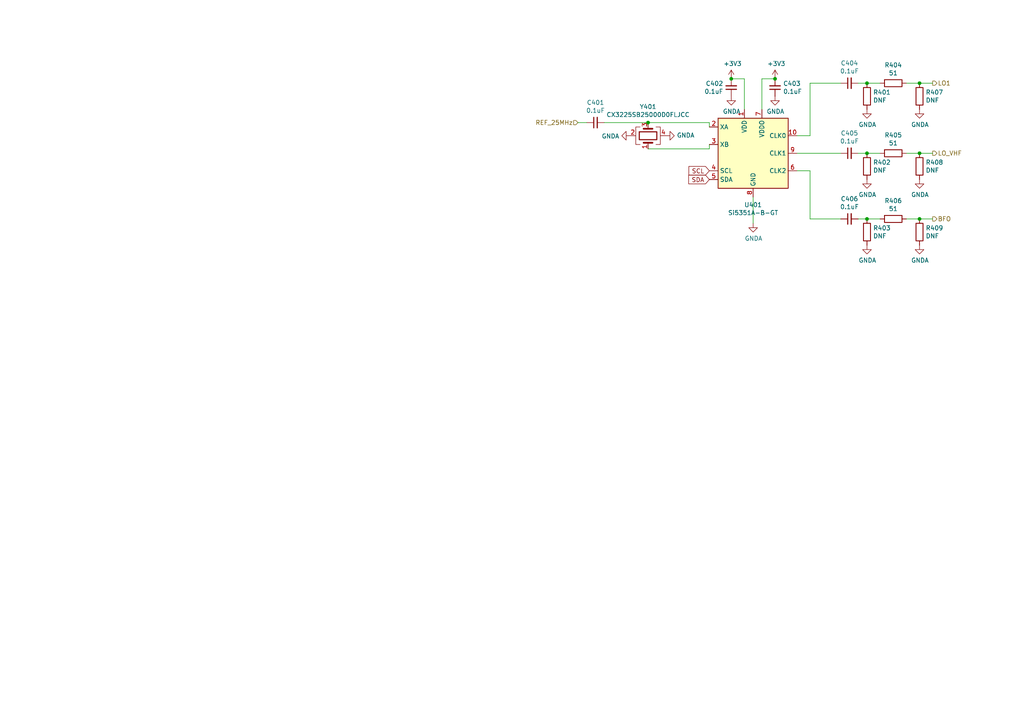
<source format=kicad_sch>
(kicad_sch (version 20211123) (generator eeschema)
  (paper "A4")
  (title_block (title "Picardy Anglian Mashup") (date "2020-03-18") (company "HB9EGM"))
  (lib_symbols
    (symbol "Device:C_Small" (pin_numbers hide) (pin_names (offset 0.254) hide)
      (property "Reference" "C" (at 0.254 1.778 0))
      (property "Value" "C_Small" (at 0.254 -2.032 0))
      (symbol "C_Small_0_1"
        (polyline (pts (xy -1.524 -0.508) (xy 1.524 -0.508)) (stroke (width 0.3302)))
        (polyline (pts (xy -1.524 0.508) (xy 1.524 0.508)) (stroke (width 0.3048)))
      )
      (symbol "C_Small_1_1"
        (pin passive line (at 0 2.54 270) (length 2.032) (name "~") (number "1"))
        (pin passive line (at 0 -2.54 90) (length 2.032) (name "~") (number "2"))
      )
    )
    (symbol "Device:Crystal_GND24" (pin_names (offset 1.016) hide)
      (property "Reference" "Y" (at 3.175 5.08 0))
      (property "Value" "Crystal_GND24" (at 3.175 3.175 0))
      (symbol "Crystal_GND24_0_1"
        (rectangle (start -1.143 2.54) (end 1.143 -2.54) (stroke (width 0.3048)))
        (polyline (pts (xy -2.54 0) (xy -2.032 0)))
        (polyline (pts (xy -2.032 -1.27) (xy -2.032 1.27)) (stroke (width 0.508)))
        (polyline (pts (xy 0 -3.81) (xy 0 -3.556)))
        (polyline (pts (xy 0 3.556) (xy 0 3.81)))
        (polyline (pts (xy 2.032 -1.27) (xy 2.032 1.27)) (stroke (width 0.508)))
        (polyline (pts (xy 2.032 0) (xy 2.54 0)))
        (polyline (pts (xy -2.54 -2.286) (xy -2.54 -3.556) (xy 2.54 -3.556) (xy 2.54 -2.286)))
        (polyline (pts (xy -2.54 2.286) (xy -2.54 3.556) (xy 2.54 3.556) (xy 2.54 2.286)))
      )
      (symbol "Crystal_GND24_1_1"
        (pin passive line (at -3.81 0 0) (length 1.27) (name "1") (number "1"))
        (pin passive line (at 0 5.08 270) (length 1.27) (name "2") (number "2"))
        (pin passive line (at 3.81 0 180) (length 1.27) (name "3") (number "3"))
        (pin passive line (at 0 -5.08 90) (length 1.27) (name "4") (number "4"))
      )
    )
    (symbol "Device:R" (pin_numbers hide) (pin_names (offset 0))
      (property "Reference" "R" (at 2.032 0 90))
      (property "Value" "R" (at 0 0 90))
      (symbol "R_0_1"
        (rectangle (start -1.016 -2.54) (end 1.016 2.54) (stroke (width 0.254)))
      )
      (symbol "R_1_1"
        (pin passive line (at 0 3.81 270) (length 1.27) (name "~") (number "1"))
        (pin passive line (at 0 -3.81 90) (length 1.27) (name "~") (number "2"))
      )
    )
    (symbol "Oscillator:Si5351A-B-GT"
      (property "Reference" "U" (at -8.89 11.43 0))
      (property "Value" "Si5351A-B-GT" (at -12.7 -12.7 0))
      (symbol "Si5351A-B-GT_0_1"
        (rectangle (start -10.16 10.16) (end 10.16 -10.16) (stroke (width 0.254)) (fill (type background)))
      )
      (symbol "Si5351A-B-GT_1_1"
        (pin power_in line (at -2.54 12.7 270) (length 2.54) (name "VDD") (number "1"))
        (pin output line (at 12.7 5.08 180) (length 2.54) (name "CLK0") (number "10"))
        (pin input line (at -12.7 7.62 0) (length 2.54) (name "XA") (number "2"))
        (pin input line (at -12.7 2.54 0) (length 2.54) (name "XB") (number "3"))
        (pin input line (at -12.7 -5.08 0) (length 2.54) (name "SCL") (number "4"))
        (pin bidirectional line (at -12.7 -7.62 0) (length 2.54) (name "SDA") (number "5"))
        (pin output line (at 12.7 -5.08 180) (length 2.54) (name "CLK2") (number "6"))
        (pin power_in line (at 2.54 12.7 270) (length 2.54) (name "VDDO") (number "7"))
        (pin power_in line (at 0 -12.7 90) (length 2.54) (name "GND") (number "8"))
        (pin output line (at 12.7 0 180) (length 2.54) (name "CLK1") (number "9"))
      )
    )
    (symbol "power:+3.3V" (power) (pin_names (offset 0))
      (property "Value" "+3.3V" (at 0 3.556 0))
      (symbol "+3.3V_0_1"
        (polyline (pts (xy -0.762 1.27) (xy 0 2.54)))
        (polyline (pts (xy 0 0) (xy 0 2.54)))
        (polyline (pts (xy 0 2.54) (xy 0.762 1.27)))
      )
      (symbol "+3.3V_1_1"
        (pin power_in line (at 0 0 90) (length 0) hide (name "+3V3") (number "1"))
      )
    )
    (symbol "power:GNDA" (power) (pin_names (offset 0))
      (property "Value" "GNDA" (at 0 -3.81 0))
      (symbol "GNDA_0_1"
        (polyline (pts (xy 0 0) (xy 0 -1.27) (xy 1.27 -1.27) (xy 0 -2.54) (xy -1.27 -1.27) (xy 0 -1.27)))
      )
      (symbol "GNDA_1_1"
        (pin power_in line (at 0 0 270) (length 0) hide (name "GNDA") (number "1"))
      )
    )
  )
  (junction (at 266.7 24.13))
  (junction (at 224.79 22.86))
  (junction (at 187.96 35.56))
  (junction (at 251.46 63.5))
  (junction (at 266.7 44.45))
  (junction (at 266.7 63.5))
  (junction (at 212.09 22.86))
  (junction (at 251.46 44.45))
  (junction (at 251.46 24.13))
  (wire (pts (xy 234.95 39.37) (xy 231.14 39.37)))
  (wire (pts (xy 187.96 43.18) (xy 205.74 43.18)))
  (wire (pts (xy 255.27 24.13) (xy 251.46 24.13)))
  (wire (pts (xy 170.18 35.56) (xy 167.64 35.56)))
  (wire (pts (xy 218.44 57.15) (xy 218.44 64.77)))
  (wire (pts (xy 234.95 49.53) (xy 231.14 49.53)))
  (wire (pts (xy 266.7 24.13) (xy 262.89 24.13)))
  (wire (pts (xy 187.96 35.56) (xy 205.74 35.56)))
  (wire (pts (xy 255.27 44.45) (xy 251.46 44.45)))
  (wire (pts (xy 266.7 44.45) (xy 262.89 44.45)))
  (wire (pts (xy 205.74 43.18) (xy 205.74 41.91)))
  (wire (pts (xy 270.51 24.13) (xy 266.7 24.13)))
  (wire (pts (xy 215.9 22.86) (xy 215.9 31.75)))
  (wire (pts (xy 266.7 63.5) (xy 262.89 63.5)))
  (wire (pts (xy 224.79 22.86) (xy 220.98 22.86)))
  (wire (pts (xy 270.51 63.5) (xy 266.7 63.5)))
  (wire (pts (xy 212.09 22.86) (xy 215.9 22.86)))
  (wire (pts (xy 270.51 44.45) (xy 266.7 44.45)))
  (wire (pts (xy 243.84 63.5) (xy 234.95 63.5)))
  (wire (pts (xy 234.95 63.5) (xy 234.95 49.53)))
  (wire (pts (xy 220.98 22.86) (xy 220.98 31.75)))
  (wire (pts (xy 255.27 63.5) (xy 251.46 63.5)))
  (wire (pts (xy 248.92 63.5) (xy 251.46 63.5)))
  (wire (pts (xy 251.46 44.45) (xy 248.92 44.45)))
  (wire (pts (xy 251.46 24.13) (xy 248.92 24.13)))
  (wire (pts (xy 234.95 24.13) (xy 234.95 39.37)))
  (wire (pts (xy 231.14 44.45) (xy 243.84 44.45)))
  (wire (pts (xy 175.26 35.56) (xy 187.96 35.56)))
  (wire (pts (xy 243.84 24.13) (xy 234.95 24.13)))
  (wire (pts (xy 205.74 35.56) (xy 205.74 36.83)))
  (global_label "SDA" (shape input) (at 205.74 52.07 180) (property "Intersheet References" "${INTERSHEET_REFS}" (effects hide)))
  (global_label "SCL" (shape input) (at 205.74 49.53 180) (property "Intersheet References" "${INTERSHEET_REFS}" (effects hide)))
  (hierarchical_label "LO_VHF" (shape output) (at 270.51 44.45 0))
  (hierarchical_label "BFO" (shape output) (at 270.51 63.5 0))
  (hierarchical_label "REF_25MHz" (shape input) (at 167.64 35.56 180))
  (hierarchical_label "LO1" (shape output) (at 270.51 24.13 0))
  (symbol (lib_id "Oscillator:Si5351A-B-GT") (at 218.44 44.45 0)
    (property "Reference" "U401" (at 218.44 59.4106 0))
    (property "Value" "Si5351A-B-GT" (at 218.44 61.722 0))
    (property "Footprint" "Package_SO:MSOP-10_3x3mm_P0.5mm" (effects hide))
    (property "Datasheet" "https://www.silabs.com/documents/public/data-sheets/Si5351-B.pdf" (effects hide))
    (property "MPN" "Si5351A-B-GT" (effects hide))
    (property "Need_order" "1" (effects hide))
  )
  (symbol (lib_id "power:GNDA") (at 218.44 64.77 0)
    (property "Reference" "#PWR0405" (effects hide))
    (property "Value" "GNDA" (at 218.567 69.1642 0))
  )
  (symbol (lib_id "power:+3.3V") (at 212.09 22.86 0)
    (property "Reference" "#PWR0403" (effects hide))
    (property "Value" "+3.3V" (at 212.471 18.4658 0))
  )
  (symbol (lib_id "power:+3.3V") (at 224.79 22.86 0)
    (property "Reference" "#PWR0406" (effects hide))
    (property "Value" "+3.3V" (at 225.171 18.4658 0))
  )
  (symbol (lib_id "Device:R") (at 251.46 27.94 0)
    (property "Reference" "R401" (at 253.238 26.7716 0) (effects (justify left)))
    (property "Value" "DNF" (at 253.238 29.083 0) (effects (justify left)))
    (property "Footprint" "Resistor_SMD:R_0603_1608Metric_Pad1.05x0.95mm_HandSolder" (effects hide))
    (property "Need_order" "0" (effects hide))
  )
  (symbol (lib_id "Device:R") (at 259.08 24.13 90)
    (property "Reference" "R404" (at 259.08 18.8722 90))
    (property "Value" "51" (at 259.08 21.1836 90))
    (property "Footprint" "Resistor_SMD:R_0603_1608Metric_Pad1.05x0.95mm_HandSolder" (effects hide))
    (property "Need_order" "0" (effects hide))
  )
  (symbol (lib_id "Device:R") (at 266.7 27.94 0)
    (property "Reference" "R407" (at 268.478 26.7716 0) (effects (justify left)))
    (property "Value" "DNF" (at 268.478 29.083 0) (effects (justify left)))
    (property "Footprint" "Resistor_SMD:R_0603_1608Metric_Pad1.05x0.95mm_HandSolder" (effects hide))
    (property "Need_order" "0" (effects hide))
  )
  (symbol (lib_id "power:GNDA") (at 251.46 31.75 0)
    (property "Reference" "#PWR0408" (effects hide))
    (property "Value" "GNDA" (at 251.587 36.1442 0))
  )
  (symbol (lib_id "power:GNDA") (at 266.7 31.75 0)
    (property "Reference" "#PWR0411" (effects hide))
    (property "Value" "GNDA" (at 266.827 36.1442 0))
  )
  (symbol (lib_id "Device:Crystal_GND24") (at 187.96 39.37 90) (unit 1)
    (property "Reference" "Y401" (at 187.96 30.9626 90))
    (property "Value" "CX3225SB25000D0FLJCC" (at 187.96 33.274 90))
    (property "Footprint" "picardy:CX3225SB" (effects hide))
    (property "MPN" "CX3225SB25000DFPLCC" (effects hide))
    (property "Need_order" "1" (effects hide))
  )
  (symbol (lib_id "power:GNDA") (at 193.04 39.37 90)
    (property "Reference" "#PWR0402" (effects hide))
    (property "Value" "GNDA" (at 196.2912 39.243 90) (effects (justify right)))
  )
  (symbol (lib_id "power:GNDA") (at 182.88 39.37 270)
    (property "Reference" "#PWR0401" (effects hide))
    (property "Value" "GNDA" (at 179.6542 39.497 90) (effects (justify right)))
  )
  (symbol (lib_id "Device:C_Small") (at 224.79 25.4 180)
    (property "Reference" "C403" (at 227.1268 24.2316 0) (effects (justify right)))
    (property "Value" "0.1uF" (at 227.1268 26.543 0) (effects (justify right)))
    (property "Footprint" "Capacitor_SMD:C_0603_1608Metric_Pad1.05x0.95mm_HandSolder" (effects hide))
    (property "MPN" "GRM188R71H104KA93D" (effects hide))
    (property "Need_order" "0" (effects hide))
  )
  (symbol (lib_id "Device:C_Small") (at 212.09 25.4 180)
    (property "Reference" "C402" (at 209.7786 24.2316 0) (effects (justify left)))
    (property "Value" "0.1uF" (at 209.7786 26.543 0) (effects (justify left)))
    (property "Footprint" "Capacitor_SMD:C_0603_1608Metric_Pad1.05x0.95mm_HandSolder" (effects hide))
    (property "MPN" "GRM188R71H104KA93D" (effects hide))
    (property "Need_order" "0" (effects hide))
  )
  (symbol (lib_id "power:GNDA") (at 224.79 27.94 0)
    (property "Reference" "#PWR0407" (effects hide))
    (property "Value" "GNDA" (at 224.917 32.3342 0))
  )
  (symbol (lib_id "power:GNDA") (at 212.09 27.94 0)
    (property "Reference" "#PWR0404" (effects hide))
    (property "Value" "GNDA" (at 212.217 32.3342 0))
  )
  (symbol (lib_id "Device:C_Small") (at 172.72 35.56 90)
    (property "Reference" "C401" (at 172.72 29.7434 90))
    (property "Value" "0.1uF" (at 172.72 32.0548 90))
    (property "Footprint" "Capacitor_SMD:C_0603_1608Metric_Pad1.05x0.95mm_HandSolder" (effects hide))
    (property "MPN" "GRM188R71H104KA93D" (effects hide))
    (property "Need_order" "0" (effects hide))
  )
  (symbol (lib_id "Device:R") (at 251.46 48.26 0)
    (property "Reference" "R402" (at 253.238 47.0916 0) (effects (justify left)))
    (property "Value" "DNF" (at 253.238 49.403 0) (effects (justify left)))
    (property "Footprint" "Resistor_SMD:R_0603_1608Metric_Pad1.05x0.95mm_HandSolder" (effects hide))
    (property "Need_order" "0" (effects hide))
  )
  (symbol (lib_id "Device:R") (at 259.08 44.45 90)
    (property "Reference" "R405" (at 259.08 39.1922 90))
    (property "Value" "51" (at 259.08 41.5036 90))
    (property "Footprint" "Resistor_SMD:R_0603_1608Metric_Pad1.05x0.95mm_HandSolder" (effects hide))
    (property "Need_order" "0" (effects hide))
  )
  (symbol (lib_id "Device:R") (at 266.7 48.26 0)
    (property "Reference" "R408" (at 268.478 47.0916 0) (effects (justify left)))
    (property "Value" "DNF" (at 268.478 49.403 0) (effects (justify left)))
    (property "Footprint" "Resistor_SMD:R_0603_1608Metric_Pad1.05x0.95mm_HandSolder" (effects hide))
    (property "Need_order" "0" (effects hide))
  )
  (symbol (lib_id "power:GNDA") (at 266.7 52.07 0)
    (property "Reference" "#PWR0412" (effects hide))
    (property "Value" "GNDA" (at 266.827 56.4642 0))
  )
  (symbol (lib_id "power:GNDA") (at 251.46 52.07 0)
    (property "Reference" "#PWR0409" (effects hide))
    (property "Value" "GNDA" (at 251.587 56.4642 0))
  )
  (symbol (lib_id "Device:R") (at 251.46 67.31 0)
    (property "Reference" "R403" (at 253.238 66.1416 0) (effects (justify left)))
    (property "Value" "DNF" (at 253.238 68.453 0) (effects (justify left)))
    (property "Footprint" "Resistor_SMD:R_0603_1608Metric_Pad1.05x0.95mm_HandSolder" (effects hide))
    (property "Need_order" "0" (effects hide))
  )
  (symbol (lib_id "Device:R") (at 259.08 63.5 90)
    (property "Reference" "R406" (at 259.08 58.2422 90))
    (property "Value" "51" (at 259.08 60.5536 90))
    (property "Footprint" "Resistor_SMD:R_0603_1608Metric_Pad1.05x0.95mm_HandSolder" (effects hide))
    (property "Need_order" "0" (effects hide))
  )
  (symbol (lib_id "Device:R") (at 266.7 67.31 0)
    (property "Reference" "R409" (at 268.478 66.1416 0) (effects (justify left)))
    (property "Value" "DNF" (at 268.478 68.453 0) (effects (justify left)))
    (property "Footprint" "Resistor_SMD:R_0603_1608Metric_Pad1.05x0.95mm_HandSolder" (effects hide))
    (property "Need_order" "0" (effects hide))
  )
  (symbol (lib_id "power:GNDA") (at 266.7 71.12 0)
    (property "Reference" "#PWR0413" (effects hide))
    (property "Value" "GNDA" (at 266.827 75.5142 0))
  )
  (symbol (lib_id "power:GNDA") (at 251.46 71.12 0)
    (property "Reference" "#PWR0410" (effects hide))
    (property "Value" "GNDA" (at 251.587 75.5142 0))
  )
  (symbol (lib_id "Device:C_Small") (at 246.38 24.13 90)
    (property "Reference" "C404" (at 246.38 18.3134 90))
    (property "Value" "0.1uF" (at 246.38 20.6248 90))
    (property "Footprint" "Capacitor_SMD:C_0603_1608Metric_Pad1.05x0.95mm_HandSolder" (effects hide))
    (property "MPN" "GRM188R71H104KA93D" (effects hide))
    (property "Need_order" "0" (effects hide))
  )
  (symbol (lib_id "Device:C_Small") (at 246.38 44.45 90)
    (property "Reference" "C405" (at 246.38 38.6334 90))
    (property "Value" "0.1uF" (at 246.38 40.9448 90))
    (property "Footprint" "Capacitor_SMD:C_0603_1608Metric_Pad1.05x0.95mm_HandSolder" (effects hide))
    (property "MPN" "GRM188R71H104KA93D" (effects hide))
    (property "Need_order" "0" (effects hide))
  )
  (symbol (lib_id "Device:C_Small") (at 246.38 63.5 90)
    (property "Reference" "C406" (at 246.38 57.6834 90))
    (property "Value" "0.1uF" (at 246.38 59.9948 90))
    (property "Footprint" "Capacitor_SMD:C_0603_1608Metric_Pad1.05x0.95mm_HandSolder" (effects hide))
    (property "MPN" "GRM188R71H104KA93D" (effects hide))
    (property "Need_order" "0" (effects hide))
  )
)
</source>
